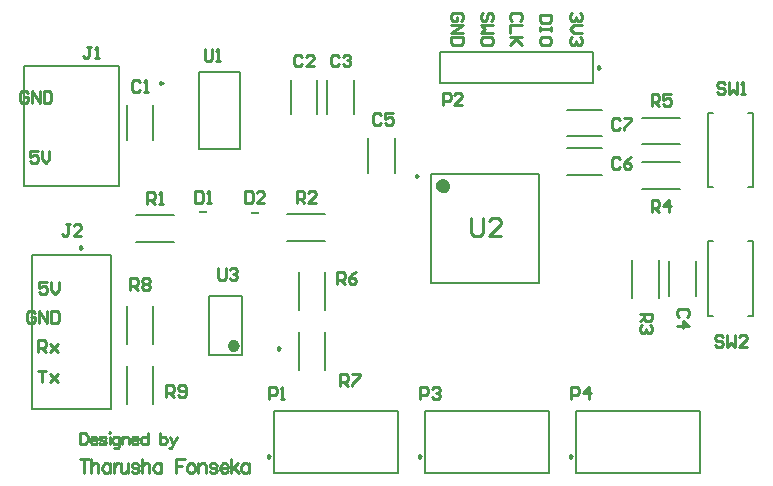
<source format=gto>
G04*
G04 #@! TF.GenerationSoftware,Altium Limited,Altium Designer,24.2.2 (26)*
G04*
G04 Layer_Color=65535*
%FSLAX44Y44*%
%MOMM*%
G71*
G04*
G04 #@! TF.SameCoordinates,0955CF80-6420-4CC4-8797-52894B4AD841*
G04*
G04*
G04 #@! TF.FilePolarity,Positive*
G04*
G01*
G75*
%ADD10C,0.2500*%
%ADD11C,0.6000*%
%ADD12C,0.5000*%
%ADD13C,0.2000*%
%ADD14C,0.2540*%
%ADD15R,0.8000X0.1500*%
D10*
X497500Y361250D02*
X495625Y362332D01*
Y360168D01*
X497500Y361250D01*
X127000Y348250D02*
X125125Y349333D01*
Y347168D01*
X127000Y348250D01*
X346100Y32000D02*
X344225Y33083D01*
Y30917D01*
X346100Y32000D01*
X343250Y269500D02*
X341375Y270583D01*
Y268417D01*
X343250Y269500D01*
X474100Y32000D02*
X472225Y33083D01*
Y30917D01*
X474100Y32000D01*
X218100D02*
X216225Y33083D01*
Y30917D01*
X218100Y32000D01*
X226500Y123500D02*
X224625Y124583D01*
Y122417D01*
X226500Y123500D01*
X58850Y208750D02*
X56975Y209832D01*
Y207668D01*
X58850Y208750D01*
D11*
X367000Y261000D02*
X365870Y263346D01*
X363332Y263925D01*
X361297Y262302D01*
Y259698D01*
X363332Y258075D01*
X365870Y258654D01*
X367000Y261000D01*
D12*
X189727Y125500D02*
X188477Y127665D01*
X185977D01*
X184727Y125500D01*
X185977Y123335D01*
X188477D01*
X189727Y125500D01*
D13*
X469849Y270119D02*
X498911D01*
X469849Y292681D02*
X498911D01*
X469849Y325431D02*
X498911D01*
X469849Y302869D02*
X498911D01*
X361750Y374700D02*
X491750D01*
Y347800D02*
Y374700D01*
X361750Y347800D02*
X491750D01*
X361750D02*
Y374700D01*
X96689Y76249D02*
Y108371D01*
X119311Y76249D02*
Y108371D01*
X264981Y155709D02*
Y187831D01*
X242359Y155709D02*
Y187831D01*
X96519Y300209D02*
Y329271D01*
X119081Y300209D02*
Y329271D01*
X157500Y292500D02*
Y357500D01*
Y292500D02*
X192500D01*
Y357500D01*
X157500D02*
X192500D01*
X235579Y322009D02*
Y351071D01*
X258141Y322009D02*
Y351071D01*
X266579Y322009D02*
Y351071D01*
X289141Y322009D02*
Y351071D01*
X264981Y105139D02*
Y137261D01*
X242360Y105139D02*
Y137261D01*
X232689Y214439D02*
X264811D01*
X232689Y237061D02*
X264811D01*
X90498Y260701D02*
Y362300D01*
X9500Y260701D02*
Y362301D01*
X90499D01*
X9500Y260701D02*
X90498D01*
X104439Y213689D02*
X136561D01*
X104439Y236311D02*
X136561D01*
X96689Y126939D02*
Y159061D01*
X119311Y126939D02*
Y159061D01*
X533190Y296189D02*
X565310D01*
X533190Y318811D02*
X565310D01*
X533190Y258689D02*
X565310D01*
X533190Y281311D02*
X565310D01*
X623000Y323000D02*
X627250D01*
X589250D02*
X593500D01*
X589250Y260000D02*
Y323000D01*
X623000Y260000D02*
X627250D01*
X589250D02*
X593500D01*
X627250D02*
Y323000D01*
X349450Y18350D02*
Y70650D01*
Y18350D02*
X454050D01*
X349450Y70650D02*
X454050D01*
Y18350D02*
Y70650D01*
X354000Y179000D02*
Y271000D01*
X446000Y179000D02*
Y271000D01*
X354000D02*
X446000D01*
X354000Y179000D02*
X446000D01*
X524690Y166439D02*
Y198561D01*
X547311Y166439D02*
Y198561D01*
X578531Y167969D02*
Y197031D01*
X555970Y167969D02*
Y197031D01*
X582050Y18350D02*
Y70650D01*
X477450D02*
X582050D01*
X477450Y18350D02*
X582050D01*
X477450D02*
Y70650D01*
X326050Y18350D02*
Y70650D01*
X221450D02*
X326050D01*
X221450Y18350D02*
X326050D01*
X221450D02*
Y70650D01*
X194727Y118000D02*
Y168000D01*
X166773D02*
X194727D01*
X166773Y118000D02*
Y168000D01*
Y118000D02*
X194727D01*
X16350Y71750D02*
X83650D01*
Y202750D01*
X16350D02*
X83650D01*
X16350Y71750D02*
Y202750D01*
X300969Y272219D02*
Y301281D01*
X323531Y272219D02*
Y301281D01*
X623000Y214000D02*
X627250D01*
X589250D02*
X593500D01*
X589250Y151000D02*
Y214000D01*
X623000Y151000D02*
X627250D01*
X589250D02*
X593500D01*
X627250D02*
Y214000D01*
D14*
X60889Y29997D02*
Y18000D01*
X56890Y29997D02*
X64888D01*
X66316D02*
Y18000D01*
Y23713D02*
X68030Y25427D01*
X69173Y25998D01*
X70887D01*
X72030Y25427D01*
X72601Y23713D01*
Y18000D01*
X82599Y25998D02*
Y18000D01*
Y24284D02*
X81456Y25427D01*
X80314Y25998D01*
X78600D01*
X77457Y25427D01*
X76314Y24284D01*
X75743Y22570D01*
Y21428D01*
X76314Y19714D01*
X77457Y18571D01*
X78600Y18000D01*
X80314D01*
X81456Y18571D01*
X82599Y19714D01*
X85798Y25998D02*
Y18000D01*
Y22570D02*
X86369Y24284D01*
X87512Y25427D01*
X88655Y25998D01*
X90368D01*
X91454D02*
Y20285D01*
X92025Y18571D01*
X93168Y18000D01*
X94882D01*
X96024Y18571D01*
X97738Y20285D01*
Y25998D02*
Y18000D01*
X107165Y24284D02*
X106594Y25427D01*
X104880Y25998D01*
X103166D01*
X101452Y25427D01*
X100880Y24284D01*
X101452Y23142D01*
X102594Y22570D01*
X105451Y21999D01*
X106594Y21428D01*
X107165Y20285D01*
Y19714D01*
X106594Y18571D01*
X104880Y18000D01*
X103166D01*
X101452Y18571D01*
X100880Y19714D01*
X109679Y29997D02*
Y18000D01*
Y23713D02*
X111393Y25427D01*
X112535Y25998D01*
X114249D01*
X115392Y25427D01*
X115963Y23713D01*
Y18000D01*
X125961Y25998D02*
Y18000D01*
Y24284D02*
X124818Y25427D01*
X123676Y25998D01*
X121962D01*
X120819Y25427D01*
X119677Y24284D01*
X119105Y22570D01*
Y21428D01*
X119677Y19714D01*
X120819Y18571D01*
X121962Y18000D01*
X123676D01*
X124818Y18571D01*
X125961Y19714D01*
X138587Y29997D02*
Y18000D01*
Y29997D02*
X146014D01*
X138587Y24284D02*
X143157D01*
X150241Y25998D02*
X149099Y25427D01*
X147956Y24284D01*
X147385Y22570D01*
Y21428D01*
X147956Y19714D01*
X149099Y18571D01*
X150241Y18000D01*
X151955D01*
X153098Y18571D01*
X154241Y19714D01*
X154812Y21428D01*
Y22570D01*
X154241Y24284D01*
X153098Y25427D01*
X151955Y25998D01*
X150241D01*
X157440D02*
Y18000D01*
Y23713D02*
X159154Y25427D01*
X160296Y25998D01*
X162010D01*
X163153Y25427D01*
X163724Y23713D01*
Y18000D01*
X173151Y24284D02*
X172579Y25427D01*
X170866Y25998D01*
X169152D01*
X167438Y25427D01*
X166866Y24284D01*
X167438Y23142D01*
X168580Y22570D01*
X171437Y21999D01*
X172579Y21428D01*
X173151Y20285D01*
Y19714D01*
X172579Y18571D01*
X170866Y18000D01*
X169152D01*
X167438Y18571D01*
X166866Y19714D01*
X175665Y22570D02*
X182520D01*
Y23713D01*
X181949Y24856D01*
X181378Y25427D01*
X180235Y25998D01*
X178521D01*
X177379Y25427D01*
X176236Y24284D01*
X175665Y22570D01*
Y21428D01*
X176236Y19714D01*
X177379Y18571D01*
X178521Y18000D01*
X180235D01*
X181378Y18571D01*
X182520Y19714D01*
X185091Y29997D02*
Y18000D01*
X190804Y25998D02*
X185091Y20285D01*
X187376Y22570D02*
X191376Y18000D01*
X200117Y25998D02*
Y18000D01*
Y24284D02*
X198974Y25427D01*
X197831Y25998D01*
X196117D01*
X194975Y25427D01*
X193832Y24284D01*
X193261Y22570D01*
Y21428D01*
X193832Y19714D01*
X194975Y18571D01*
X196117Y18000D01*
X197831D01*
X198974Y18571D01*
X200117Y19714D01*
X56890Y52070D02*
Y42073D01*
Y52070D02*
X60223D01*
X61651Y51594D01*
X62603Y50642D01*
X63079Y49690D01*
X63555Y48262D01*
Y45881D01*
X63079Y44453D01*
X62603Y43501D01*
X61651Y42549D01*
X60223Y42073D01*
X56890D01*
X65793Y45881D02*
X71506D01*
Y46834D01*
X71030Y47786D01*
X70554Y48262D01*
X69601Y48738D01*
X68173D01*
X67221Y48262D01*
X66269Y47310D01*
X65793Y45881D01*
Y44929D01*
X66269Y43501D01*
X67221Y42549D01*
X68173Y42073D01*
X69601D01*
X70554Y42549D01*
X71506Y43501D01*
X78885Y47310D02*
X78409Y48262D01*
X76981Y48738D01*
X75553D01*
X74124Y48262D01*
X73648Y47310D01*
X74124Y46357D01*
X75077Y45881D01*
X77457Y45405D01*
X78409Y44929D01*
X78885Y43977D01*
Y43501D01*
X78409Y42549D01*
X76981Y42073D01*
X75553D01*
X74124Y42549D01*
X73648Y43501D01*
X81932Y52070D02*
X82408Y51594D01*
X82884Y52070D01*
X82408Y52547D01*
X81932Y52070D01*
X82408Y48738D02*
Y42073D01*
X90359Y48738D02*
Y41121D01*
X89883Y39692D01*
X89407Y39216D01*
X88455Y38740D01*
X87026D01*
X86074Y39216D01*
X90359Y47310D02*
X89407Y48262D01*
X88455Y48738D01*
X87026D01*
X86074Y48262D01*
X85122Y47310D01*
X84646Y45881D01*
Y44929D01*
X85122Y43501D01*
X86074Y42549D01*
X87026Y42073D01*
X88455D01*
X89407Y42549D01*
X90359Y43501D01*
X93025Y48738D02*
Y42073D01*
Y46834D02*
X94453Y48262D01*
X95406Y48738D01*
X96834D01*
X97786Y48262D01*
X98262Y46834D01*
Y42073D01*
X100880Y45881D02*
X106594D01*
Y46834D01*
X106117Y47786D01*
X105641Y48262D01*
X104689Y48738D01*
X103261D01*
X102309Y48262D01*
X101357Y47310D01*
X100880Y45881D01*
Y44929D01*
X101357Y43501D01*
X102309Y42549D01*
X103261Y42073D01*
X104689D01*
X105641Y42549D01*
X106594Y43501D01*
X114449Y52070D02*
Y42073D01*
Y47310D02*
X113497Y48262D01*
X112545Y48738D01*
X111116D01*
X110164Y48262D01*
X109212Y47310D01*
X108736Y45881D01*
Y44929D01*
X109212Y43501D01*
X110164Y42549D01*
X111116Y42073D01*
X112545D01*
X113497Y42549D01*
X114449Y43501D01*
X124971Y52070D02*
Y42073D01*
Y47310D02*
X125923Y48262D01*
X126875Y48738D01*
X128303D01*
X129255Y48262D01*
X130208Y47310D01*
X130684Y45881D01*
Y44929D01*
X130208Y43501D01*
X129255Y42549D01*
X128303Y42073D01*
X126875D01*
X125923Y42549D01*
X124971Y43501D01*
X133302Y48738D02*
X136159Y42073D01*
X139015Y48738D02*
X136159Y42073D01*
X135206Y40168D01*
X134254Y39216D01*
X133302Y38740D01*
X132826D01*
X480091Y407190D02*
X481757Y405524D01*
Y402192D01*
X480091Y400526D01*
X478424D01*
X476758Y402192D01*
Y403858D01*
Y402192D01*
X475092Y400526D01*
X473426D01*
X471760Y402192D01*
Y405524D01*
X473426Y407190D01*
X481757Y397193D02*
X475092D01*
X471760Y393861D01*
X475092Y390529D01*
X481757D01*
X480091Y387196D02*
X481757Y385530D01*
Y382198D01*
X480091Y380532D01*
X478424D01*
X476758Y382198D01*
Y383864D01*
Y382198D01*
X475092Y380532D01*
X473426D01*
X471760Y382198D01*
Y385530D01*
X473426Y387196D01*
X456257Y405524D02*
X446260D01*
Y400525D01*
X447926Y398859D01*
X454591D01*
X456257Y400525D01*
Y405524D01*
Y395527D02*
Y392195D01*
Y393861D01*
X446260D01*
Y395527D01*
Y392195D01*
X456257Y382198D02*
Y385530D01*
X454591Y387196D01*
X447926D01*
X446260Y385530D01*
Y382198D01*
X447926Y380532D01*
X454591D01*
X456257Y382198D01*
X379691Y400526D02*
X381357Y402192D01*
Y405524D01*
X379691Y407190D01*
X373026D01*
X371360Y405524D01*
Y402192D01*
X373026Y400526D01*
X376358D01*
Y403858D01*
X371360Y397193D02*
X381357D01*
X371360Y390529D01*
X381357D01*
Y387196D02*
X371360D01*
Y382198D01*
X373026Y380532D01*
X379691D01*
X381357Y382198D01*
Y387196D01*
X405221Y400526D02*
X406887Y402192D01*
Y405524D01*
X405221Y407190D01*
X403554D01*
X401888Y405524D01*
Y402192D01*
X400222Y400526D01*
X398556D01*
X396890Y402192D01*
Y405524D01*
X398556Y407190D01*
X406887Y397193D02*
X396890D01*
X400222Y393861D01*
X396890Y390529D01*
X406887D01*
Y382198D02*
Y385530D01*
X405221Y387196D01*
X398556D01*
X396890Y385530D01*
Y382198D01*
X398556Y380532D01*
X405221D01*
X406887Y382198D01*
X429851Y400526D02*
X431517Y402192D01*
Y405524D01*
X429851Y407190D01*
X423186D01*
X421520Y405524D01*
Y402192D01*
X423186Y400526D01*
X431517Y397193D02*
X421520D01*
Y390529D01*
X431517Y387196D02*
X421520D01*
X424852D01*
X431517Y380532D01*
X426518Y385530D01*
X421520Y380532D01*
X21314Y290377D02*
X14650D01*
Y285378D01*
X17982Y287045D01*
X19648D01*
X21314Y285378D01*
Y282046D01*
X19648Y280380D01*
X16316D01*
X14650Y282046D01*
X24647Y290377D02*
Y283712D01*
X27979Y280380D01*
X31311Y283712D01*
Y290377D01*
X12934Y339501D02*
X11268Y341167D01*
X7936D01*
X6270Y339501D01*
Y332836D01*
X7936Y331170D01*
X11268D01*
X12934Y332836D01*
Y336168D01*
X9602D01*
X16267Y331170D02*
Y341167D01*
X22931Y331170D01*
Y341167D01*
X26263D02*
Y331170D01*
X31262D01*
X32928Y332836D01*
Y339501D01*
X31262Y341167D01*
X26263D01*
X21560Y104680D02*
X28224D01*
X24892D01*
Y94683D01*
X31557Y101348D02*
X38221Y94683D01*
X34889Y98015D01*
X38221Y101348D01*
X31557Y94683D01*
X21509Y120610D02*
Y130607D01*
X26507D01*
X28173Y128941D01*
Y125608D01*
X26507Y123942D01*
X21509D01*
X24841D02*
X28173Y120610D01*
X31505Y127275D02*
X38170Y120610D01*
X34838Y123942D01*
X38170Y127275D01*
X31505Y120610D01*
X19345Y153591D02*
X17678Y155257D01*
X14346D01*
X12680Y153591D01*
Y146926D01*
X14346Y145260D01*
X17678D01*
X19345Y146926D01*
Y150258D01*
X16012D01*
X22677Y145260D02*
Y155257D01*
X29341Y145260D01*
Y155257D01*
X32674D02*
Y145260D01*
X37672D01*
X39338Y146926D01*
Y153591D01*
X37672Y155257D01*
X32674D01*
X29204Y179427D02*
X22540D01*
Y174428D01*
X25872Y176094D01*
X27538D01*
X29204Y174428D01*
Y171096D01*
X27538Y169430D01*
X24206D01*
X22540Y171096D01*
X32537Y179427D02*
Y172762D01*
X35869Y169430D01*
X39201Y172762D01*
Y179427D01*
X130249Y82392D02*
Y92388D01*
X135248D01*
X136914Y90722D01*
Y87390D01*
X135248Y85724D01*
X130249D01*
X133582D02*
X136914Y82392D01*
X140246Y84058D02*
X141912Y82392D01*
X145245D01*
X146911Y84058D01*
Y90722D01*
X145245Y92388D01*
X141912D01*
X140246Y90722D01*
Y89056D01*
X141912Y87390D01*
X146911D01*
X274509Y178162D02*
Y188158D01*
X279508D01*
X281174Y186492D01*
Y183160D01*
X279508Y181494D01*
X274509D01*
X277842D02*
X281174Y178162D01*
X291171Y188158D02*
X287838Y186492D01*
X284506Y183160D01*
Y179828D01*
X286172Y178162D01*
X289505D01*
X291171Y179828D01*
Y181494D01*
X289505Y183160D01*
X284506D01*
X107757Y348691D02*
X106090Y350357D01*
X102758D01*
X101092Y348691D01*
Y342026D01*
X102758Y340360D01*
X106090D01*
X107757Y342026D01*
X111089Y340360D02*
X114421D01*
X112755D01*
Y350357D01*
X111089Y348691D01*
X364179Y329442D02*
Y339438D01*
X369178D01*
X370844Y337772D01*
Y334440D01*
X369178Y332774D01*
X364179D01*
X380841Y329442D02*
X374176D01*
X380841Y336106D01*
Y337772D01*
X379174Y339438D01*
X375842D01*
X374176Y337772D01*
X173736Y191607D02*
Y183276D01*
X175402Y181610D01*
X178734D01*
X180401Y183276D01*
Y191607D01*
X183733Y189941D02*
X185399Y191607D01*
X188731D01*
X190397Y189941D01*
Y188274D01*
X188731Y186608D01*
X187065D01*
X188731D01*
X190397Y184942D01*
Y183276D01*
X188731Y181610D01*
X185399D01*
X183733Y183276D01*
X387804Y233867D02*
Y221172D01*
X390343Y218633D01*
X395422D01*
X397961Y221172D01*
Y233867D01*
X413196Y218633D02*
X403039D01*
X413196Y228789D01*
Y231328D01*
X410657Y233867D01*
X405578D01*
X403039Y231328D01*
X162560Y377027D02*
Y368696D01*
X164226Y367030D01*
X167558D01*
X169224Y368696D01*
Y377027D01*
X172557Y367030D02*
X175889D01*
X174223D01*
Y377027D01*
X172557Y375361D01*
X601533Y133299D02*
X599866Y134965D01*
X596534D01*
X594868Y133299D01*
Y131632D01*
X596534Y129966D01*
X599866D01*
X601533Y128300D01*
Y126634D01*
X599866Y124968D01*
X596534D01*
X594868Y126634D01*
X604865Y134965D02*
Y124968D01*
X608197Y128300D01*
X611529Y124968D01*
Y134965D01*
X621526Y124968D02*
X614862D01*
X621526Y131632D01*
Y133299D01*
X619860Y134965D01*
X616528D01*
X614862Y133299D01*
X603311Y347421D02*
X601644Y349087D01*
X598312D01*
X596646Y347421D01*
Y345755D01*
X598312Y344088D01*
X601644D01*
X603311Y342422D01*
Y340756D01*
X601644Y339090D01*
X598312D01*
X596646Y340756D01*
X606643Y349087D02*
Y339090D01*
X609975Y342422D01*
X613307Y339090D01*
Y349087D01*
X616640Y339090D02*
X619972D01*
X618306D01*
Y349087D01*
X616640Y347421D01*
X99568Y172720D02*
Y182717D01*
X104566D01*
X106233Y181051D01*
Y177718D01*
X104566Y176052D01*
X99568D01*
X102900D02*
X106233Y172720D01*
X109565Y181051D02*
X111231Y182717D01*
X114563D01*
X116229Y181051D01*
Y179384D01*
X114563Y177718D01*
X116229Y176052D01*
Y174386D01*
X114563Y172720D01*
X111231D01*
X109565Y174386D01*
Y176052D01*
X111231Y177718D01*
X109565Y179384D01*
Y181051D01*
X111231Y177718D02*
X114563D01*
X277469Y91862D02*
Y101858D01*
X282468D01*
X284134Y100192D01*
Y96860D01*
X282468Y95194D01*
X277469D01*
X280802D02*
X284134Y91862D01*
X287466Y101858D02*
X294131D01*
Y100192D01*
X287466Y93528D01*
Y91862D01*
X541020Y328422D02*
Y338419D01*
X546018D01*
X547685Y336753D01*
Y333420D01*
X546018Y331754D01*
X541020D01*
X544352D02*
X547685Y328422D01*
X557681Y338419D02*
X551017D01*
Y333420D01*
X554349Y335087D01*
X556015D01*
X557681Y333420D01*
Y330088D01*
X556015Y328422D01*
X552683D01*
X551017Y330088D01*
X541020Y239014D02*
Y249011D01*
X546018D01*
X547685Y247345D01*
Y244012D01*
X546018Y242346D01*
X541020D01*
X544352D02*
X547685Y239014D01*
X556015D02*
Y249011D01*
X551017Y244012D01*
X557681D01*
X531114Y152908D02*
X541111D01*
Y147910D01*
X539445Y146243D01*
X536112D01*
X534446Y147910D01*
Y152908D01*
Y149576D02*
X531114Y146243D01*
X539445Y142911D02*
X541111Y141245D01*
Y137913D01*
X539445Y136247D01*
X537779D01*
X536112Y137913D01*
Y139579D01*
Y137913D01*
X534446Y136247D01*
X532780D01*
X531114Y137913D01*
Y141245D01*
X532780Y142911D01*
X240538Y246634D02*
Y256631D01*
X245536D01*
X247202Y254965D01*
Y251632D01*
X245536Y249966D01*
X240538D01*
X243870D02*
X247202Y246634D01*
X257199D02*
X250535D01*
X257199Y253298D01*
Y254965D01*
X255533Y256631D01*
X252201D01*
X250535Y254965D01*
X113792Y245872D02*
Y255869D01*
X118790D01*
X120456Y254203D01*
Y250870D01*
X118790Y249204D01*
X113792D01*
X117124D02*
X120456Y245872D01*
X123789D02*
X127121D01*
X125455D01*
Y255869D01*
X123789Y254203D01*
X472948Y80518D02*
Y90515D01*
X477946D01*
X479613Y88849D01*
Y85516D01*
X477946Y83850D01*
X472948D01*
X487943Y80518D02*
Y90515D01*
X482945Y85516D01*
X489609D01*
X344932Y80518D02*
Y90515D01*
X349930D01*
X351596Y88849D01*
Y85516D01*
X349930Y83850D01*
X344932D01*
X354929Y88849D02*
X356595Y90515D01*
X359927D01*
X361593Y88849D01*
Y87183D01*
X359927Y85516D01*
X358261D01*
X359927D01*
X361593Y83850D01*
Y82184D01*
X359927Y80518D01*
X356595D01*
X354929Y82184D01*
X216916Y80518D02*
Y90515D01*
X221914D01*
X223580Y88849D01*
Y85516D01*
X221914Y83850D01*
X216916D01*
X226913Y80518D02*
X230245D01*
X228579D01*
Y90515D01*
X226913Y88849D01*
X48320Y228945D02*
X44988D01*
X46654D01*
Y220614D01*
X44988Y218948D01*
X43322D01*
X41656Y220614D01*
X58317Y218948D02*
X51653D01*
X58317Y225613D01*
Y227279D01*
X56651Y228945D01*
X53319D01*
X51653Y227279D01*
X66360Y378998D02*
X63028D01*
X64694D01*
Y370668D01*
X63028Y369002D01*
X61362D01*
X59696Y370668D01*
X69692Y369002D02*
X73025D01*
X71358D01*
Y378998D01*
X69692Y377332D01*
X196596Y256631D02*
Y246634D01*
X201594D01*
X203260Y248300D01*
Y254965D01*
X201594Y256631D01*
X196596D01*
X213257Y246634D02*
X206593D01*
X213257Y253298D01*
Y254965D01*
X211591Y256631D01*
X208259D01*
X206593Y254965D01*
X154686Y256885D02*
Y246888D01*
X159684D01*
X161350Y248554D01*
Y255219D01*
X159684Y256885D01*
X154686D01*
X164683Y246888D02*
X168015D01*
X166349D01*
Y256885D01*
X164683Y255219D01*
X514034Y316672D02*
X512368Y318338D01*
X509035D01*
X507369Y316672D01*
Y310008D01*
X509035Y308342D01*
X512368D01*
X514034Y310008D01*
X517366Y318338D02*
X524031D01*
Y316672D01*
X517366Y310008D01*
Y308342D01*
X514034Y283942D02*
X512368Y285608D01*
X509035D01*
X507369Y283942D01*
Y277278D01*
X509035Y275612D01*
X512368D01*
X514034Y277278D01*
X524031Y285608D02*
X520698Y283942D01*
X517366Y280610D01*
Y277278D01*
X519032Y275612D01*
X522365D01*
X524031Y277278D01*
Y278944D01*
X522365Y280610D01*
X517366D01*
X311973Y320751D02*
X310306Y322417D01*
X306974D01*
X305308Y320751D01*
Y314086D01*
X306974Y312420D01*
X310306D01*
X311973Y314086D01*
X321969Y322417D02*
X315305D01*
Y317418D01*
X318637Y319084D01*
X320303D01*
X321969Y317418D01*
Y314086D01*
X320303Y312420D01*
X316971D01*
X315305Y314086D01*
X570687Y150308D02*
X572353Y151974D01*
Y155306D01*
X570687Y156972D01*
X564022D01*
X562356Y155306D01*
Y151974D01*
X564022Y150308D01*
X562356Y141977D02*
X572353D01*
X567354Y146975D01*
Y140311D01*
X276159Y370535D02*
X274492Y372201D01*
X271160D01*
X269494Y370535D01*
Y363870D01*
X271160Y362204D01*
X274492D01*
X276159Y363870D01*
X279491Y370535D02*
X281157Y372201D01*
X284489D01*
X286155Y370535D01*
Y368868D01*
X284489Y367202D01*
X282823D01*
X284489D01*
X286155Y365536D01*
Y363870D01*
X284489Y362204D01*
X281157D01*
X279491Y363870D01*
X245170Y370535D02*
X243504Y372201D01*
X240172D01*
X238506Y370535D01*
Y363870D01*
X240172Y362204D01*
X243504D01*
X245170Y363870D01*
X255167Y362204D02*
X248503D01*
X255167Y368868D01*
Y370535D01*
X253501Y372201D01*
X250169D01*
X248503Y370535D01*
D15*
X161250Y238500D02*
D03*
X204998Y238250D02*
D03*
M02*

</source>
